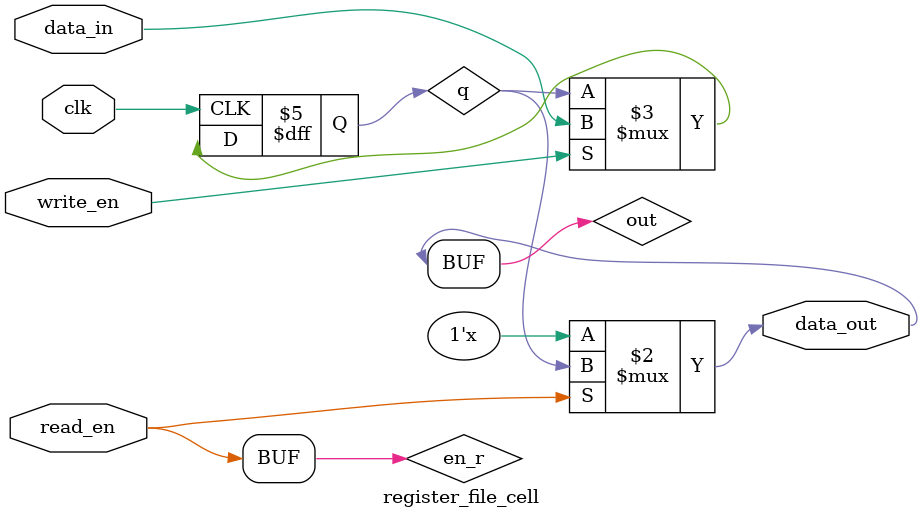
<source format=v>
module register_file_cell #(
    parameter NUM_READ = 1
)(
    input wire clk,
    input wire data_in,
    input wire write_en,
    input wire [NUM_READ-1:0] read_en,

    output wire [NUM_READ-1:0] data_out
);
wire [$clog2(8)-1:0] x;
reg q;

always @(posedge clk) begin
    if(write_en) begin
        q <= data_in;
    end
end

wire [NUM_READ-1:0] en_r;
wire [NUM_READ-1:0] out;


genvar i;
generate
    for(i = 0; i < NUM_READ; i = i + 1) begin : READ_BLOCK
        assign out[i] = (en_r[i]) ? q : 1'bz;
    end
endgenerate

assign en_r = read_en;
assign data_out = out;
endmodule
</source>
